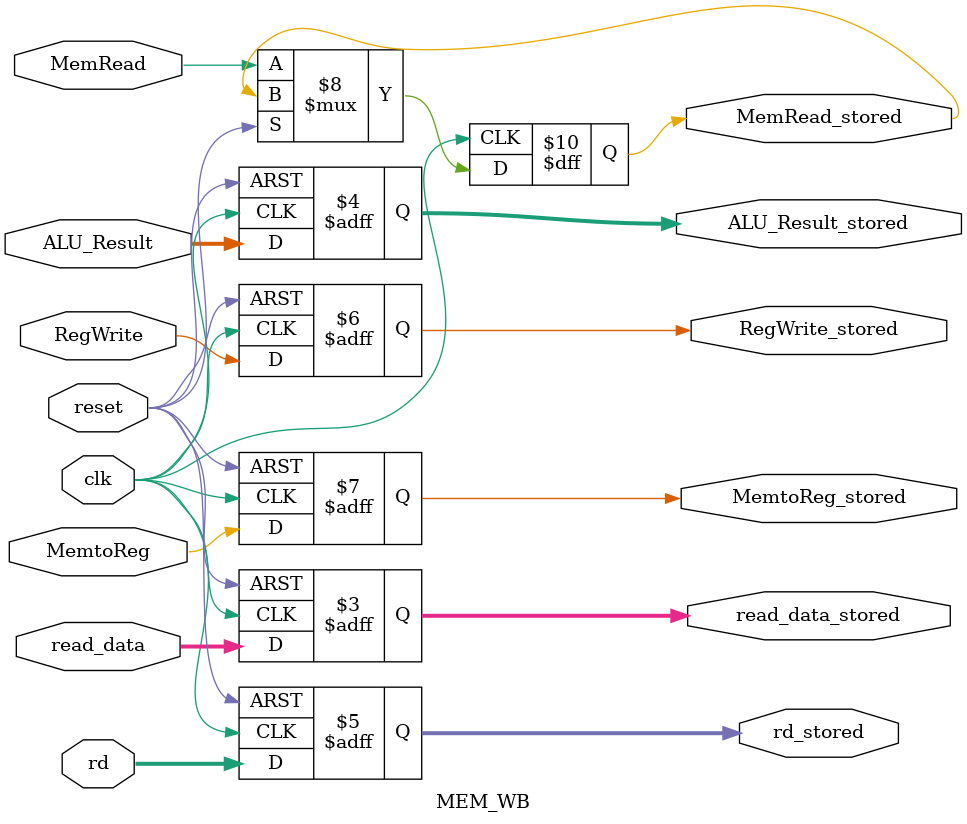
<source format=v>
`timescale 1ns / 1ps

module MEM_WB(
    input clk,
    input reset,
    input [63:0]read_data,
    input [63:0]ALU_Result,
    input [4:0]rd,
    
    //WB Control Signals
    input RegWrite,
    input MemtoReg,
    input MemRead,
    
    output reg [63:0]read_data_stored,
    output reg [63:0]ALU_Result_stored,
    output reg [4:0]rd_stored,
    output reg RegWrite_stored,
    output reg MemtoReg_stored,
    output reg MemRead_stored
    );
    
    always @(posedge clk or posedge reset) begin  //
    if (reset == 1'b1) begin
       MemtoReg_stored = 0; RegWrite_stored = 0; rd_stored = 0;
        ALU_Result_stored = 0; read_data_stored = 0;
    end
    
    else begin
        read_data_stored <= read_data;
        ALU_Result_stored <= ALU_Result;
        rd_stored <= rd;
        RegWrite_stored <= RegWrite;
        MemtoReg_stored <= MemtoReg;
        MemRead_stored <= MemRead;
        end
    end
endmodule


</source>
